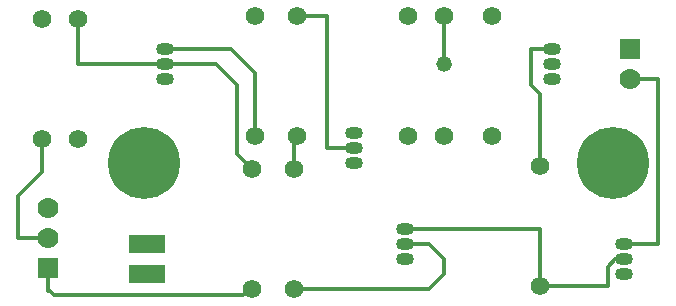
<source format=gtl>
*%FSLAX23Y23*%
*%MOIN*%
G01*
%ADD11C,0.052*%
%ADD12C,0.240*%
%ADD13C,0.040*%
%ADD14C,0.062*%
%ADD15C,0.012*%
%ADD16C,0.014*%
%ADD17C,0.008*%
%ADD18C,0.070*%
%ADD19C,0.010*%
%ADD20R,0.062X0.062*%
%ADD21R,0.070X0.070*%
%ADD22O,0.060X0.040*%
D11*
X1570Y930D03*
D12*
X2131Y600D03*
X568Y600D03*
D14*
X350Y680D03*
X230Y680D03*
X230Y1080D03*
X350Y1080D03*
X940Y1090D03*
X1080Y1090D03*
X1450Y1090D03*
X1570Y1090D03*
X1730Y1090D03*
X1730Y690D03*
X1570Y690D03*
X1450Y690D03*
X1080Y690D03*
X1070Y580D03*
X930Y580D03*
X940Y690D03*
X930Y180D03*
X1070Y180D03*
X1890Y190D03*
X1890Y590D03*
D16*
X1890Y590D01*
X1890Y830D01*
X1890Y830D02*
X1890Y830D01*
X1860Y860D01*
X1860Y860D02*
X1860Y860D01*
X1860Y980D01*
X1860Y980D02*
X1860Y980D01*
X1930Y980D01*
X1930Y980D02*
X1930Y980D01*
X1924Y976D01*
X2190Y880D02*
X2190Y880D01*
X2282Y880D01*
X2282Y880D02*
X2282Y880D01*
X2282Y330D01*
X2282Y330D02*
X2282Y330D01*
X2200Y330D01*
X2200Y330D02*
X2200Y330D01*
X2170Y330D01*
X2170Y280D02*
X2170Y280D01*
X2140Y280D01*
X2140Y280D02*
X2140Y280D01*
X2116Y256D01*
X2116Y256D02*
X2116Y256D01*
X2116Y190D01*
X2116Y190D02*
X2116Y190D01*
X1890Y190D01*
X1890Y190D02*
X1890Y190D01*
X1890Y380D01*
X1890Y380D02*
X1890Y380D01*
X1440Y380D01*
X1440Y330D02*
X1440Y330D01*
X1520Y330D01*
X1520Y330D02*
X1520Y330D01*
X1570Y280D01*
X1570Y280D02*
X1570Y280D01*
X1570Y230D01*
X1570Y230D02*
X1570Y230D01*
X1520Y180D01*
X1520Y180D02*
X1520Y180D01*
X1070Y180D01*
X920Y180D02*
X920Y180D01*
X900Y160D01*
X900Y160D02*
X900Y160D01*
X880Y160D01*
X880Y160D02*
X880Y160D01*
X270Y160D01*
X270Y160D02*
X270Y160D01*
X250Y180D01*
X250Y176D02*
X250Y176D01*
X250Y250D01*
X250Y350D02*
X250Y350D01*
X150Y350D01*
X150Y350D02*
X150Y350D01*
X150Y490D01*
X150Y490D02*
X150Y490D01*
X230Y570D01*
X230Y570D02*
X230Y570D01*
X230Y680D01*
X350Y930D02*
X350Y930D01*
X350Y1080D01*
X350Y930D02*
X350Y930D01*
X640Y930D01*
X640Y930D02*
X640Y930D01*
X810Y930D01*
X810Y930D02*
X810Y930D01*
X880Y860D01*
X880Y860D02*
X880Y860D01*
X880Y630D01*
X880Y630D02*
X880Y630D01*
X930Y580D01*
X940Y690D02*
X940Y690D01*
X940Y900D01*
X940Y900D02*
X940Y900D01*
X860Y980D01*
X860Y980D02*
X860Y980D01*
X640Y980D01*
X1080Y1090D02*
X1080Y1090D01*
X1178Y1090D01*
X1178Y1090D02*
X1178Y1090D01*
X1178Y650D01*
X1180Y650D02*
X1180Y650D01*
X1270Y650D01*
X1070Y688D02*
X1070Y688D01*
X1070Y580D01*
X1570Y930D02*
X1570Y930D01*
X1570Y1090D01*
D18*
X2190Y880D03*
X250Y450D03*
X250Y350D03*
D20*
X550Y330D03*
X580Y330D03*
X610Y330D03*
X610Y230D03*
X580Y230D03*
X550Y230D03*
D21*
X250Y250D03*
X2190Y980D03*
D22*
X1930Y980D03*
X1930Y930D03*
X1930Y880D03*
X2170Y330D03*
X2170Y280D03*
X2170Y230D03*
X1440Y280D03*
X1440Y330D03*
X1440Y380D03*
X1270Y600D03*
X1270Y650D03*
X1270Y700D03*
X640Y880D03*
X640Y930D03*
X640Y980D03*
D02*
M02*

</source>
